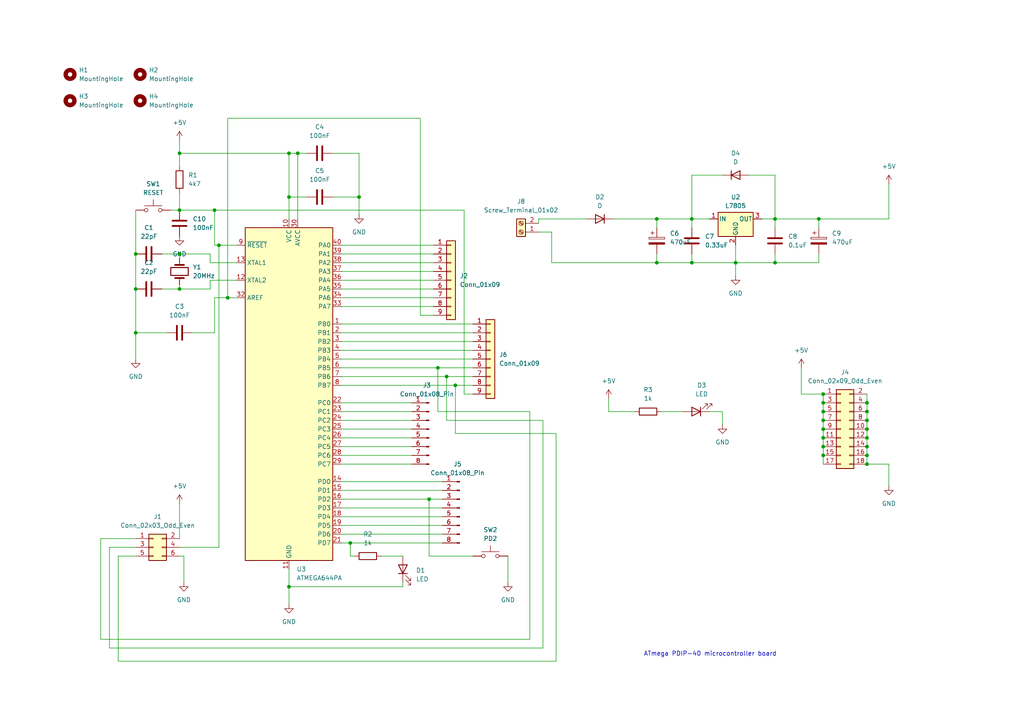
<source format=kicad_sch>
(kicad_sch (version 20231120) (generator "eeschema") (generator_version "8.0")
  (paper "A4")
  (lib_symbols
    (symbol "Connector:Conn_01x08_Pin" (pin_names (offset 1.016) hide)
      (property "Reference" "J" (at 0 10.16 0))
      (property "Value" "Conn_01x08_Pin" (at 0 -12.7 0))
      (symbol "Conn_01x08_Pin_1_1"
        (polyline (pts (xy 1.27 -10.16) (xy 0.8636 -10.16)) (stroke (width 0.1524)))
        (polyline (pts (xy 1.27 -7.62) (xy 0.8636 -7.62)) (stroke (width 0.1524)))
        (polyline (pts (xy 1.27 -5.08) (xy 0.8636 -5.08)) (stroke (width 0.1524)))
        (polyline (pts (xy 1.27 -2.54) (xy 0.8636 -2.54)) (stroke (width 0.1524)))
        (polyline (pts (xy 1.27 0) (xy 0.8636 0)) (stroke (width 0.1524)))
        (polyline (pts (xy 1.27 2.54) (xy 0.8636 2.54)) (stroke (width 0.1524)))
        (polyline (pts (xy 1.27 5.08) (xy 0.8636 5.08)) (stroke (width 0.1524)))
        (polyline (pts (xy 1.27 7.62) (xy 0.8636 7.62)) (stroke (width 0.1524)))
        (rectangle (start 0.8636 -10.033) (end 0 -10.287) (stroke (width 0.1524)) (fill (type outline)))
        (rectangle (start 0.8636 -7.493) (end 0 -7.747) (stroke (width 0.1524)) (fill (type outline)))
        (rectangle (start 0.8636 -4.953) (end 0 -5.207) (stroke (width 0.1524)) (fill (type outline)))
        (rectangle (start 0.8636 -2.413) (end 0 -2.667) (stroke (width 0.1524)) (fill (type outline)))
        (rectangle (start 0.8636 0.127) (end 0 -0.127) (stroke (width 0.1524)) (fill (type outline)))
        (rectangle (start 0.8636 2.667) (end 0 2.413) (stroke (width 0.1524)) (fill (type outline)))
        (rectangle (start 0.8636 5.207) (end 0 4.953) (stroke (width 0.1524)) (fill (type outline)))
        (rectangle (start 0.8636 7.747) (end 0 7.493) (stroke (width 0.1524)) (fill (type outline)))
        (pin passive line (at 5.08 7.62 180) (length 3.81) (name "Pin_1") (number "1"))
        (pin passive line (at 5.08 5.08 180) (length 3.81) (name "Pin_2") (number "2"))
        (pin passive line (at 5.08 2.54 180) (length 3.81) (name "Pin_3") (number "3"))
        (pin passive line (at 5.08 0 180) (length 3.81) (name "Pin_4") (number "4"))
        (pin passive line (at 5.08 -2.54 180) (length 3.81) (name "Pin_5") (number "5"))
        (pin passive line (at 5.08 -5.08 180) (length 3.81) (name "Pin_6") (number "6"))
        (pin passive line (at 5.08 -7.62 180) (length 3.81) (name "Pin_7") (number "7"))
        (pin passive line (at 5.08 -10.16 180) (length 3.81) (name "Pin_8") (number "8"))
      )
    )
    (symbol "Connector:Screw_Terminal_01x02" (pin_names (offset 1.016) hide)
      (property "Reference" "J" (at 0 2.54 0))
      (property "Value" "Screw_Terminal_01x02" (at 0 -5.08 0))
      (symbol "Screw_Terminal_01x02_1_1"
        (rectangle (start -1.27 1.27) (end 1.27 -3.81) (stroke (width 0.254)) (fill (type background)))
        (circle (center 0 -2.54) (radius 0.635) (stroke (width 0.1524)))
        (polyline (pts (xy -0.5334 -2.2098) (xy 0.3302 -3.048)) (stroke (width 0.1524)))
        (polyline (pts (xy -0.5334 0.3302) (xy 0.3302 -0.508)) (stroke (width 0.1524)))
        (polyline (pts (xy -0.3556 -2.032) (xy 0.508 -2.8702)) (stroke (width 0.1524)))
        (polyline (pts (xy -0.3556 0.508) (xy 0.508 -0.3302)) (stroke (width 0.1524)))
        (circle (center 0 0) (radius 0.635) (stroke (width 0.1524)))
        (pin passive line (at -5.08 0 0) (length 3.81) (name "Pin_1") (number "1"))
        (pin passive line (at -5.08 -2.54 0) (length 3.81) (name "Pin_2") (number "2"))
      )
    )
    (symbol "Connector_Generic:Conn_01x09" (pin_names (offset 1.016) hide)
      (property "Reference" "J" (at 0 12.7 0))
      (property "Value" "Conn_01x09" (at 0 -12.7 0))
      (symbol "Conn_01x09_1_1"
        (rectangle (start -1.27 -10.033) (end 0 -10.287) (stroke (width 0.1524)))
        (rectangle (start -1.27 -7.493) (end 0 -7.747) (stroke (width 0.1524)))
        (rectangle (start -1.27 -4.953) (end 0 -5.207) (stroke (width 0.1524)))
        (rectangle (start -1.27 -2.413) (end 0 -2.667) (stroke (width 0.1524)))
        (rectangle (start -1.27 0.127) (end 0 -0.127) (stroke (width 0.1524)))
        (rectangle (start -1.27 2.667) (end 0 2.413) (stroke (width 0.1524)))
        (rectangle (start -1.27 5.207) (end 0 4.953) (stroke (width 0.1524)))
        (rectangle (start -1.27 7.747) (end 0 7.493) (stroke (width 0.1524)))
        (rectangle (start -1.27 10.287) (end 0 10.033) (stroke (width 0.1524)))
        (rectangle (start -1.27 11.43) (end 1.27 -11.43) (stroke (width 0.254)) (fill (type background)))
        (pin passive line (at -5.08 10.16 0) (length 3.81) (name "Pin_1") (number "1"))
        (pin passive line (at -5.08 7.62 0) (length 3.81) (name "Pin_2") (number "2"))
        (pin passive line (at -5.08 5.08 0) (length 3.81) (name "Pin_3") (number "3"))
        (pin passive line (at -5.08 2.54 0) (length 3.81) (name "Pin_4") (number "4"))
        (pin passive line (at -5.08 0 0) (length 3.81) (name "Pin_5") (number "5"))
        (pin passive line (at -5.08 -2.54 0) (length 3.81) (name "Pin_6") (number "6"))
        (pin passive line (at -5.08 -5.08 0) (length 3.81) (name "Pin_7") (number "7"))
        (pin passive line (at -5.08 -7.62 0) (length 3.81) (name "Pin_8") (number "8"))
        (pin passive line (at -5.08 -10.16 0) (length 3.81) (name "Pin_9") (number "9"))
      )
    )
    (symbol "Connector_Generic:Conn_02x03_Odd_Even" (pin_names (offset 1.016) hide)
      (property "Reference" "J" (at 1.27 5.08 0))
      (property "Value" "Conn_02x03_Odd_Even" (at 1.27 -5.08 0))
      (symbol "Conn_02x03_Odd_Even_1_1"
        (rectangle (start -1.27 -2.413) (end 0 -2.667) (stroke (width 0.1524)))
        (rectangle (start -1.27 0.127) (end 0 -0.127) (stroke (width 0.1524)))
        (rectangle (start -1.27 2.667) (end 0 2.413) (stroke (width 0.1524)))
        (rectangle (start -1.27 3.81) (end 3.81 -3.81) (stroke (width 0.254)) (fill (type background)))
        (rectangle (start 3.81 -2.413) (end 2.54 -2.667) (stroke (width 0.1524)))
        (rectangle (start 3.81 0.127) (end 2.54 -0.127) (stroke (width 0.1524)))
        (rectangle (start 3.81 2.667) (end 2.54 2.413) (stroke (width 0.1524)))
        (pin passive line (at -5.08 2.54 0) (length 3.81) (name "Pin_1") (number "1"))
        (pin passive line (at 7.62 2.54 180) (length 3.81) (name "Pin_2") (number "2"))
        (pin passive line (at -5.08 0 0) (length 3.81) (name "Pin_3") (number "3"))
        (pin passive line (at 7.62 0 180) (length 3.81) (name "Pin_4") (number "4"))
        (pin passive line (at -5.08 -2.54 0) (length 3.81) (name "Pin_5") (number "5"))
        (pin passive line (at 7.62 -2.54 180) (length 3.81) (name "Pin_6") (number "6"))
      )
    )
    (symbol "Connector_Generic:Conn_02x09_Odd_Even" (pin_names (offset 1.016) hide)
      (property "Reference" "J" (at 1.27 12.7 0))
      (property "Value" "Conn_02x09_Odd_Even" (at 1.27 -12.7 0))
      (symbol "Conn_02x09_Odd_Even_1_1"
        (rectangle (start -1.27 -10.033) (end 0 -10.287) (stroke (width 0.1524)))
        (rectangle (start -1.27 -7.493) (end 0 -7.747) (stroke (width 0.1524)))
        (rectangle (start -1.27 -4.953) (end 0 -5.207) (stroke (width 0.1524)))
        (rectangle (start -1.27 -2.413) (end 0 -2.667) (stroke (width 0.1524)))
        (rectangle (start -1.27 0.127) (end 0 -0.127) (stroke (width 0.1524)))
        (rectangle (start -1.27 2.667) (end 0 2.413) (stroke (width 0.1524)))
        (rectangle (start -1.27 5.207) (end 0 4.953) (stroke (width 0.1524)))
        (rectangle (start -1.27 7.747) (end 0 7.493) (stroke (width 0.1524)))
        (rectangle (start -1.27 10.287) (end 0 10.033) (stroke (width 0.1524)))
        (rectangle (start -1.27 11.43) (end 3.81 -11.43) (stroke (width 0.254)) (fill (type background)))
        (rectangle (start 3.81 -10.033) (end 2.54 -10.287) (stroke (width 0.1524)))
        (rectangle (start 3.81 -7.493) (end 2.54 -7.747) (stroke (width 0.1524)))
        (rectangle (start 3.81 -4.953) (end 2.54 -5.207) (stroke (width 0.1524)))
        (rectangle (start 3.81 -2.413) (end 2.54 -2.667) (stroke (width 0.1524)))
        (rectangle (start 3.81 0.127) (end 2.54 -0.127) (stroke (width 0.1524)))
        (rectangle (start 3.81 2.667) (end 2.54 2.413) (stroke (width 0.1524)))
        (rectangle (start 3.81 5.207) (end 2.54 4.953) (stroke (width 0.1524)))
        (rectangle (start 3.81 7.747) (end 2.54 7.493) (stroke (width 0.1524)))
        (rectangle (start 3.81 10.287) (end 2.54 10.033) (stroke (width 0.1524)))
        (pin passive line (at -5.08 10.16 0) (length 3.81) (name "Pin_1") (number "1"))
        (pin passive line (at 7.62 0 180) (length 3.81) (name "Pin_10") (number "10"))
        (pin passive line (at -5.08 -2.54 0) (length 3.81) (name "Pin_11") (number "11"))
        (pin passive line (at 7.62 -2.54 180) (length 3.81) (name "Pin_12") (number "12"))
        (pin passive line (at -5.08 -5.08 0) (length 3.81) (name "Pin_13") (number "13"))
        (pin passive line (at 7.62 -5.08 180) (length 3.81) (name "Pin_14") (number "14"))
        (pin passive line (at -5.08 -7.62 0) (length 3.81) (name "Pin_15") (number "15"))
        (pin passive line (at 7.62 -7.62 180) (length 3.81) (name "Pin_16") (number "16"))
        (pin passive line (at -5.08 -10.16 0) (length 3.81) (name "Pin_17") (number "17"))
        (pin passive line (at 7.62 -10.16 180) (length 3.81) (name "Pin_18") (number "18"))
        (pin passive line (at 7.62 10.16 180) (length 3.81) (name "Pin_2") (number "2"))
        (pin passive line (at -5.08 7.62 0) (length 3.81) (name "Pin_3") (number "3"))
        (pin passive line (at 7.62 7.62 180) (length 3.81) (name "Pin_4") (number "4"))
        (pin passive line (at -5.08 5.08 0) (length 3.81) (name "Pin_5") (number "5"))
        (pin passive line (at 7.62 5.08 180) (length 3.81) (name "Pin_6") (number "6"))
        (pin passive line (at -5.08 2.54 0) (length 3.81) (name "Pin_7") (number "7"))
        (pin passive line (at 7.62 2.54 180) (length 3.81) (name "Pin_8") (number "8"))
        (pin passive line (at -5.08 0 0) (length 3.81) (name "Pin_9") (number "9"))
      )
    )
    (symbol "Device:C" (pin_numbers hide) (pin_names (offset 0.254))
      (property "Reference" "C" (at 0.635 2.54 0))
      (property "Value" "C" (at 0.635 -2.54 0))
      (symbol "C_0_1"
        (polyline (pts (xy -2.032 -0.762) (xy 2.032 -0.762)) (stroke (width 0.508)))
        (polyline (pts (xy -2.032 0.762) (xy 2.032 0.762)) (stroke (width 0.508)))
      )
      (symbol "C_1_1"
        (pin passive line (at 0 3.81 270) (length 2.794) (name "~") (number "1"))
        (pin passive line (at 0 -3.81 90) (length 2.794) (name "~") (number "2"))
      )
    )
    (symbol "Device:C_Polarized" (pin_numbers hide) (pin_names (offset 0.254))
      (property "Reference" "C" (at 0.635 2.54 0))
      (property "Value" "C_Polarized" (at 0.635 -2.54 0))
      (symbol "C_Polarized_0_1"
        (rectangle (start -2.286 0.508) (end 2.286 1.016))
        (polyline (pts (xy -1.778 2.286) (xy -0.762 2.286)))
        (polyline (pts (xy -1.27 2.794) (xy -1.27 1.778)))
        (rectangle (start 2.286 -0.508) (end -2.286 -1.016) (fill (type outline)))
      )
      (symbol "C_Polarized_1_1"
        (pin passive line (at 0 3.81 270) (length 2.794) (name "~") (number "1"))
        (pin passive line (at 0 -3.81 90) (length 2.794) (name "~") (number "2"))
      )
    )
    (symbol "Device:Crystal" (pin_numbers hide) (pin_names (offset 1.016) hide)
      (property "Reference" "Y" (at 0 3.81 0))
      (property "Value" "Crystal" (at 0 -3.81 0))
      (symbol "Crystal_0_1"
        (rectangle (start -1.143 2.54) (end 1.143 -2.54) (stroke (width 0.3048)))
        (polyline (pts (xy -2.54 0) (xy -1.905 0)))
        (polyline (pts (xy -1.905 -1.27) (xy -1.905 1.27)) (stroke (width 0.508)))
        (polyline (pts (xy 1.905 -1.27) (xy 1.905 1.27)) (stroke (width 0.508)))
        (polyline (pts (xy 2.54 0) (xy 1.905 0)))
      )
      (symbol "Crystal_1_1"
        (pin passive line (at -3.81 0 0) (length 1.27) (name "1") (number "1"))
        (pin passive line (at 3.81 0 180) (length 1.27) (name "2") (number "2"))
      )
    )
    (symbol "Device:D" (pin_numbers hide) (pin_names (offset 1.016) hide)
      (property "Reference" "D" (at 0 2.54 0))
      (property "Value" "D" (at 0 -2.54 0))
      (symbol "D_0_1"
        (polyline (pts (xy -1.27 1.27) (xy -1.27 -1.27)) (stroke (width 0.254)))
        (polyline (pts (xy 1.27 0) (xy -1.27 0)))
        (polyline (pts (xy 1.27 1.27) (xy 1.27 -1.27) (xy -1.27 0) (xy 1.27 1.27)) (stroke (width 0.254)))
      )
      (symbol "D_1_1"
        (pin passive line (at -3.81 0 0) (length 2.54) (name "K") (number "1"))
        (pin passive line (at 3.81 0 180) (length 2.54) (name "A") (number "2"))
      )
    )
    (symbol "Device:LED" (pin_numbers hide) (pin_names (offset 1.016) hide)
      (property "Reference" "D" (at 0 2.54 0))
      (property "Value" "LED" (at 0 -2.54 0))
      (symbol "LED_0_1"
        (polyline (pts (xy -1.27 -1.27) (xy -1.27 1.27)) (stroke (width 0.254)))
        (polyline (pts (xy -1.27 0) (xy 1.27 0)))
        (polyline (pts (xy 1.27 -1.27) (xy 1.27 1.27) (xy -1.27 0) (xy 1.27 -1.27)) (stroke (width 0.254)))
        (polyline (pts (xy -3.048 -0.762) (xy -4.572 -2.286) (xy -3.81 -2.286) (xy -4.572 -2.286) (xy -4.572 -1.524)))
        (polyline (pts (xy -1.778 -0.762) (xy -3.302 -2.286) (xy -2.54 -2.286) (xy -3.302 -2.286) (xy -3.302 -1.524)))
      )
      (symbol "LED_1_1"
        (pin passive line (at -3.81 0 0) (length 2.54) (name "K") (number "1"))
        (pin passive line (at 3.81 0 180) (length 2.54) (name "A") (number "2"))
      )
    )
    (symbol "Device:R" (pin_numbers hide) (pin_names (offset 0))
      (property "Reference" "R" (at 2.032 0 90))
      (property "Value" "R" (at 0 0 90))
      (symbol "R_0_1"
        (rectangle (start -1.016 -2.54) (end 1.016 2.54) (stroke (width 0.254)))
      )
      (symbol "R_1_1"
        (pin passive line (at 0 3.81 270) (length 1.27) (name "~") (number "1"))
        (pin passive line (at 0 -3.81 90) (length 1.27) (name "~") (number "2"))
      )
    )
    (symbol "MCU_Microchip_ATmega:ATmega644PA-P"
      (property "Reference" "U" (at -12.7 49.53 0))
      (property "Value" "ATmega644PA-P" (at 2.54 -49.53 0))
      (symbol "ATmega644PA-P_0_1"
        (rectangle (start -12.7 -48.26) (end 12.7 48.26) (stroke (width 0.254)) (fill (type background)))
      )
      (symbol "ATmega644PA-P_1_1"
        (pin bidirectional line (at 15.24 20.32 180) (length 2.54) (name "PB0") (number "1"))
        (pin power_in line (at 0 50.8 270) (length 2.54) (name "VCC") (number "10"))
        (pin power_in line (at 0 -50.8 90) (length 2.54) (name "GND") (number "11"))
        (pin output line (at -15.24 33.02 0) (length 2.54) (name "XTAL2") (number "12"))
        (pin input line (at -15.24 38.1 0) (length 2.54) (name "XTAL1") (number "13"))
        (pin bidirectional line (at 15.24 -25.4 180) (length 2.54) (name "PD0") (number "14"))
        (pin bidirectional line (at 15.24 -27.94 180) (length 2.54) (name "PD1") (number "15"))
        (pin bidirectional line (at 15.24 -30.48 180) (length 2.54) (name "PD2") (number "16"))
        (pin bidirectional line (at 15.24 -33.02 180) (length 2.54) (name "PD3") (number "17"))
        (pin bidirectional line (at 15.24 -35.56 180) (length 2.54) (name "PD4") (number "18"))
        (pin bidirectional line (at 15.24 -38.1 180) (length 2.54) (name "PD5") (number "19"))
        (pin bidirectional line (at 15.24 17.78 180) (length 2.54) (name "PB1") (number "2"))
        (pin bidirectional line (at 15.24 -40.64 180) (length 2.54) (name "PD6") (number "20"))
        (pin bidirectional line (at 15.24 -43.18 180) (length 2.54) (name "PD7") (number "21"))
        (pin bidirectional line (at 15.24 -2.54 180) (length 2.54) (name "PC0") (number "22"))
        (pin bidirectional line (at 15.24 -5.08 180) (length 2.54) (name "PC1") (number "23"))
        (pin bidirectional line (at 15.24 -7.62 180) (length 2.54) (name "PC2") (number "24"))
        (pin bidirectional line (at 15.24 -10.16 180) (length 2.54) (name "PC3") (number "25"))
        (pin bidirectional line (at 15.24 -12.7 180) (length 2.54) (name "PC4") (number "26"))
        (pin bidirectional line (at 15.24 -15.24 180) (length 2.54) (name "PC5") (number "27"))
        (pin bidirectional line (at 15.24 -17.78 180) (length 2.54) (name "PC6") (number "28"))
        (pin bidirectional line (at 15.24 -20.32 180) (length 2.54) (name "PC7") (number "29"))
        (pin bidirectional line (at 15.24 15.24 180) (length 2.54) (name "PB2") (number "3"))
        (pin power_in line (at 2.54 50.8 270) (length 2.54) (name "AVCC") (number "30"))
        (pin passive line (at 0 -50.8 90) (length 2.54) hide (name "GND") (number "31"))
        (pin passive line (at -15.24 27.94 0) (length 2.54) (name "AREF") (number "32"))
        (pin bidirectional line (at 15.24 25.4 180) (length 2.54) (name "PA7") (number "33"))
        (pin bidirectional line (at 15.24 27.94 180) (length 2.54) (name "PA6") (number "34"))
        (pin bidirectional line (at 15.24 30.48 180) (length 2.54) (name "PA5") (number "35"))
        (pin bidirectional line (at 15.24 33.02 180) (length 2.54) (name "PA4") (number "36"))
        (pin bidirectional line (at 15.24 35.56 180) (length 2.54) (name "PA3") (number "37"))
        (pin bidirectional line (at 15.24 38.1 180) (length 2.54) (name "PA2") (number "38"))
        (pin bidirectional line (at 15.24 40.64 180) (length 2.54) (name "PA1") (number "39"))
        (pin bidirectional line (at 15.24 12.7 180) (length 2.54) (name "PB3") (number "4"))
        (pin bidirectional line (at 15.24 43.18 180) (length 2.54) (name "PA0") (number "40"))
        (pin bidirectional line (at 15.24 10.16 180) (length 2.54) (name "PB4") (number "5"))
        (pin bidirectional line (at 15.24 7.62 180) (length 2.54) (name "PB5") (number "6"))
        (pin bidirectional line (at 15.24 5.08 180) (length 2.54) (name "PB6") (number "7"))
        (pin bidirectional line (at 15.24 2.54 180) (length 2.54) (name "PB7") (number "8"))
        (pin input line (at -15.24 43.18 0) (length 2.54) (name "~{RESET}") (number "9"))
      )
    )
    (symbol "Mechanical:MountingHole" (pin_names (offset 1.016))
      (property "Reference" "H" (at 0 5.08 0))
      (property "Value" "MountingHole" (at 0 3.175 0))
      (symbol "MountingHole_0_1"
        (circle (center 0 0) (radius 1.27) (stroke (width 1.27)))
      )
    )
    (symbol "Regulator_Linear:L7805" (pin_names (offset 0.254))
      (property "Reference" "U" (at -3.81 3.175 0))
      (property "Value" "L7805" (at 0 3.175 0))
      (symbol "L7805_0_1"
        (rectangle (start -5.08 1.905) (end 5.08 -5.08) (stroke (width 0.254)) (fill (type background)))
      )
      (symbol "L7805_1_1"
        (pin power_in line (at -7.62 0 0) (length 2.54) (name "IN") (number "1"))
        (pin power_in line (at 0 -7.62 90) (length 2.54) (name "GND") (number "2"))
        (pin power_out line (at 7.62 0 180) (length 2.54) (name "OUT") (number "3"))
      )
    )
    (symbol "Switch:SW_Push" (pin_numbers hide) (pin_names (offset 1.016) hide)
      (property "Reference" "SW" (at 1.27 2.54 0))
      (property "Value" "SW_Push" (at 0 -1.524 0))
      (symbol "SW_Push_0_1"
        (circle (center -2.032 0) (radius 0.508))
        (polyline (pts (xy 0 1.27) (xy 0 3.048)))
        (polyline (pts (xy 2.54 1.27) (xy -2.54 1.27)))
        (circle (center 2.032 0) (radius 0.508))
        (pin passive line (at -5.08 0 0) (length 2.54) (name "1") (number "1"))
        (pin passive line (at 5.08 0 180) (length 2.54) (name "2") (number "2"))
      )
    )
    (symbol "power:+5V" (power) (pin_names (offset 0))
      (property "Value" "+5V" (at 0 3.556 0))
      (symbol "+5V_0_1"
        (polyline (pts (xy -0.762 1.27) (xy 0 2.54)))
        (polyline (pts (xy 0 0) (xy 0 2.54)))
        (polyline (pts (xy 0 2.54) (xy 0.762 1.27)))
      )
      (symbol "+5V_1_1"
        (pin power_in line (at 0 0 90) (length 0) hide (name "+5V") (number "1"))
      )
    )
    (symbol "power:GND" (power) (pin_names (offset 0))
      (property "Value" "GND" (at 0 -3.81 0))
      (symbol "GND_0_1"
        (polyline (pts (xy 0 0) (xy 0 -1.27) (xy 1.27 -1.27) (xy 0 -2.54) (xy -1.27 -1.27) (xy 0 -1.27)))
      )
      (symbol "GND_1_1"
        (pin power_in line (at 0 0 270) (length 0) hide (name "GND") (number "1"))
      )
    )
  )
  (junction (at 238.76 116.84))
  (junction (at 224.79 63.5))
  (junction (at 52.07 83.82))
  (junction (at 132.08 111.76))
  (junction (at 52.07 73.66))
  (junction (at 86.36 44.45))
  (junction (at 200.66 76.2))
  (junction (at 251.46 121.92))
  (junction (at 124.46 144.78))
  (junction (at 238.76 119.38))
  (junction (at 83.82 170.18))
  (junction (at 66.04 86.36))
  (junction (at 251.46 119.38))
  (junction (at 127 106.68))
  (junction (at 190.5 76.2))
  (junction (at 83.82 57.15))
  (junction (at 237.49 63.5))
  (junction (at 39.37 83.82))
  (junction (at 251.46 132.08))
  (junction (at 213.36 76.2))
  (junction (at 251.46 124.46))
  (junction (at 238.76 132.08))
  (junction (at 251.46 134.62))
  (junction (at 251.46 116.84))
  (junction (at 251.46 129.54))
  (junction (at 238.76 121.92))
  (junction (at 52.07 44.45))
  (junction (at 224.79 76.2))
  (junction (at 52.07 60.96))
  (junction (at 251.46 127))
  (junction (at 200.66 63.5))
  (junction (at 190.5 63.5))
  (junction (at 238.76 124.46))
  (junction (at 104.14 57.15))
  (junction (at 83.82 44.45))
  (junction (at 238.76 114.3))
  (junction (at 62.23 60.96))
  (junction (at 63.5 71.12))
  (junction (at 238.76 127))
  (junction (at 238.76 129.54))
  (junction (at 39.37 73.66))
  (junction (at 39.37 96.52))
  (junction (at 101.6 157.48))
  (junction (at 129.54 109.22))
  (wire (pts (xy 68.58 76.2) (xy 60.96 76.2)))
  (wire (pts (xy 52.07 60.96) (xy 52.07 55.88)))
  (wire (pts (xy 127 119.38) (xy 153.67 119.38)))
  (wire (pts (xy 224.79 63.5) (xy 237.49 63.5)))
  (wire (pts (xy 127 106.68) (xy 127 119.38)))
  (wire (pts (xy 200.66 63.5) (xy 200.66 66.04)))
  (wire (pts (xy 99.06 78.74) (xy 125.73 78.74)))
  (wire (pts (xy 99.06 71.12) (xy 125.73 71.12)))
  (wire (pts (xy 99.06 147.32) (xy 128.27 147.32)))
  (wire (pts (xy 190.5 63.5) (xy 190.5 66.04)))
  (wire (pts (xy 83.82 44.45) (xy 83.82 57.15)))
  (wire (pts (xy 134.62 60.96) (xy 134.62 114.3)))
  (wire (pts (xy 160.02 76.2) (xy 190.5 76.2)))
  (wire (pts (xy 62.23 96.52) (xy 62.23 86.36)))
  (wire (pts (xy 156.21 63.5) (xy 170.18 63.5)))
  (wire (pts (xy 251.46 119.38) (xy 251.46 121.92)))
  (wire (pts (xy 29.21 185.42) (xy 29.21 156.21)))
  (wire (pts (xy 132.08 111.76) (xy 137.16 111.76)))
  (wire (pts (xy 99.06 99.06) (xy 137.16 99.06)))
  (wire (pts (xy 99.06 106.68) (xy 127 106.68)))
  (wire (pts (xy 99.06 152.4) (xy 128.27 152.4)))
  (wire (pts (xy 238.76 114.3) (xy 238.76 116.84)))
  (wire (pts (xy 46.99 83.82) (xy 52.07 83.82)))
  (wire (pts (xy 200.66 50.8) (xy 200.66 63.5)))
  (wire (pts (xy 31.75 187.96) (xy 31.75 158.75)))
  (wire (pts (xy 66.04 86.36) (xy 66.04 34.29)))
  (wire (pts (xy 101.6 157.48) (xy 128.27 157.48)))
  (wire (pts (xy 200.66 76.2) (xy 213.36 76.2)))
  (wire (pts (xy 99.06 111.76) (xy 132.08 111.76)))
  (wire (pts (xy 39.37 96.52) (xy 48.26 96.52)))
  (wire (pts (xy 137.16 114.3) (xy 134.62 114.3)))
  (wire (pts (xy 52.07 40.64) (xy 52.07 44.45)))
  (wire (pts (xy 213.36 76.2) (xy 213.36 80.01)))
  (wire (pts (xy 129.54 109.22) (xy 129.54 121.92)))
  (wire (pts (xy 147.32 161.29) (xy 147.32 168.91)))
  (wire (pts (xy 68.58 71.12) (xy 63.5 71.12)))
  (wire (pts (xy 157.48 187.96) (xy 31.75 187.96)))
  (wire (pts (xy 68.58 81.28) (xy 60.96 81.28)))
  (wire (pts (xy 104.14 44.45) (xy 104.14 57.15)))
  (wire (pts (xy 46.99 73.66) (xy 52.07 73.66)))
  (wire (pts (xy 121.92 91.44) (xy 125.73 91.44)))
  (wire (pts (xy 83.82 57.15) (xy 88.9 57.15)))
  (wire (pts (xy 238.76 119.38) (xy 238.76 121.92)))
  (wire (pts (xy 224.79 50.8) (xy 224.79 63.5)))
  (wire (pts (xy 251.46 124.46) (xy 251.46 127)))
  (wire (pts (xy 99.06 157.48) (xy 101.6 157.48)))
  (wire (pts (xy 176.53 119.38) (xy 184.15 119.38)))
  (wire (pts (xy 213.36 76.2) (xy 224.79 76.2)))
  (wire (pts (xy 237.49 63.5) (xy 237.49 66.04)))
  (wire (pts (xy 99.06 109.22) (xy 129.54 109.22)))
  (wire (pts (xy 104.14 57.15) (xy 104.14 62.23)))
  (wire (pts (xy 99.06 73.66) (xy 125.73 73.66)))
  (wire (pts (xy 251.46 134.62) (xy 251.46 132.08)))
  (wire (pts (xy 62.23 60.96) (xy 134.62 60.96)))
  (wire (pts (xy 129.54 109.22) (xy 137.16 109.22)))
  (wire (pts (xy 101.6 161.29) (xy 101.6 157.48)))
  (wire (pts (xy 99.06 142.24) (xy 128.27 142.24)))
  (wire (pts (xy 110.49 161.29) (xy 116.84 161.29)))
  (wire (pts (xy 99.06 139.7) (xy 128.27 139.7)))
  (wire (pts (xy 99.06 88.9) (xy 125.73 88.9)))
  (wire (pts (xy 157.48 121.92) (xy 157.48 187.96)))
  (wire (pts (xy 99.06 86.36) (xy 125.73 86.36)))
  (wire (pts (xy 83.82 170.18) (xy 116.84 170.18)))
  (wire (pts (xy 66.04 86.36) (xy 68.58 86.36)))
  (wire (pts (xy 39.37 60.96) (xy 39.37 73.66)))
  (wire (pts (xy 251.46 129.54) (xy 251.46 132.08)))
  (wire (pts (xy 83.82 165.1) (xy 83.82 170.18)))
  (wire (pts (xy 257.81 134.62) (xy 257.81 140.97)))
  (wire (pts (xy 99.06 104.14) (xy 137.16 104.14)))
  (wire (pts (xy 99.06 76.2) (xy 125.73 76.2)))
  (wire (pts (xy 39.37 96.52) (xy 39.37 104.14)))
  (wire (pts (xy 99.06 154.94) (xy 128.27 154.94)))
  (wire (pts (xy 60.96 81.28) (xy 60.96 83.82)))
  (wire (pts (xy 156.21 63.5) (xy 156.21 64.77)))
  (wire (pts (xy 213.36 71.12) (xy 213.36 76.2)))
  (wire (pts (xy 63.5 71.12) (xy 63.5 158.75)))
  (wire (pts (xy 34.29 191.77) (xy 34.29 161.29)))
  (wire (pts (xy 190.5 73.66) (xy 190.5 76.2)))
  (wire (pts (xy 60.96 73.66) (xy 52.07 73.66)))
  (wire (pts (xy 238.76 121.92) (xy 238.76 124.46)))
  (wire (pts (xy 86.36 44.45) (xy 88.9 44.45)))
  (wire (pts (xy 99.06 149.86) (xy 128.27 149.86)))
  (wire (pts (xy 99.06 127) (xy 119.38 127)))
  (wire (pts (xy 99.06 129.54) (xy 119.38 129.54)))
  (wire (pts (xy 101.6 161.29) (xy 102.87 161.29)))
  (wire (pts (xy 66.04 34.29) (xy 121.92 34.29)))
  (wire (pts (xy 49.53 60.96) (xy 52.07 60.96)))
  (wire (pts (xy 99.06 134.62) (xy 119.38 134.62)))
  (wire (pts (xy 238.76 124.46) (xy 238.76 127)))
  (wire (pts (xy 238.76 132.08) (xy 238.76 134.62)))
  (wire (pts (xy 217.17 50.8) (xy 224.79 50.8)))
  (wire (pts (xy 63.5 158.75) (xy 52.07 158.75)))
  (wire (pts (xy 96.52 57.15) (xy 104.14 57.15)))
  (wire (pts (xy 99.06 93.98) (xy 137.16 93.98)))
  (wire (pts (xy 220.98 63.5) (xy 224.79 63.5)))
  (wire (pts (xy 52.07 44.45) (xy 83.82 44.45)))
  (wire (pts (xy 251.46 116.84) (xy 251.46 119.38)))
  (wire (pts (xy 99.06 124.46) (xy 119.38 124.46)))
  (wire (pts (xy 160.02 67.31) (xy 160.02 76.2)))
  (wire (pts (xy 124.46 144.78) (xy 128.27 144.78)))
  (wire (pts (xy 99.06 83.82) (xy 125.73 83.82)))
  (wire (pts (xy 31.75 158.75) (xy 39.37 158.75)))
  (wire (pts (xy 190.5 63.5) (xy 200.66 63.5)))
  (wire (pts (xy 99.06 132.08) (xy 119.38 132.08)))
  (wire (pts (xy 52.07 60.96) (xy 62.23 60.96)))
  (wire (pts (xy 52.07 146.05) (xy 52.07 156.21)))
  (wire (pts (xy 257.81 134.62) (xy 251.46 134.62)))
  (wire (pts (xy 55.88 96.52) (xy 62.23 96.52)))
  (wire (pts (xy 96.52 44.45) (xy 104.14 44.45)))
  (wire (pts (xy 153.67 119.38) (xy 153.67 185.42)))
  (wire (pts (xy 224.79 63.5) (xy 224.79 66.04)))
  (wire (pts (xy 52.07 73.66) (xy 52.07 74.93)))
  (wire (pts (xy 86.36 44.45) (xy 83.82 44.45)))
  (wire (pts (xy 190.5 76.2) (xy 200.66 76.2)))
  (wire (pts (xy 83.82 57.15) (xy 83.82 63.5)))
  (wire (pts (xy 238.76 114.3) (xy 232.41 114.3)))
  (wire (pts (xy 52.07 161.29) (xy 53.34 161.29)))
  (wire (pts (xy 200.66 63.5) (xy 205.74 63.5)))
  (wire (pts (xy 238.76 116.84) (xy 238.76 119.38)))
  (wire (pts (xy 251.46 127) (xy 251.46 129.54)))
  (wire (pts (xy 116.84 168.91) (xy 116.84 170.18)))
  (wire (pts (xy 191.77 119.38) (xy 198.12 119.38)))
  (wire (pts (xy 129.54 121.92) (xy 157.48 121.92)))
  (wire (pts (xy 62.23 60.96) (xy 62.23 71.12)))
  (wire (pts (xy 251.46 121.92) (xy 251.46 124.46)))
  (wire (pts (xy 224.79 76.2) (xy 237.49 76.2)))
  (wire (pts (xy 238.76 127) (xy 238.76 129.54)))
  (wire (pts (xy 237.49 63.5) (xy 257.81 63.5)))
  (wire (pts (xy 156.21 67.31) (xy 160.02 67.31)))
  (wire (pts (xy 124.46 161.29) (xy 137.16 161.29)))
  (wire (pts (xy 132.08 111.76) (xy 132.08 125.73)))
  (wire (pts (xy 62.23 86.36) (xy 66.04 86.36)))
  (wire (pts (xy 60.96 76.2) (xy 60.96 73.66)))
  (wire (pts (xy 99.06 96.52) (xy 137.16 96.52)))
  (wire (pts (xy 52.07 44.45) (xy 52.07 48.26)))
  (wire (pts (xy 99.06 144.78) (xy 124.46 144.78)))
  (wire (pts (xy 127 106.68) (xy 137.16 106.68)))
  (wire (pts (xy 224.79 73.66) (xy 224.79 76.2)))
  (wire (pts (xy 34.29 161.29) (xy 39.37 161.29)))
  (wire (pts (xy 99.06 101.6) (xy 137.16 101.6)))
  (wire (pts (xy 124.46 144.78) (xy 124.46 161.29)))
  (wire (pts (xy 99.06 81.28) (xy 125.73 81.28)))
  (wire (pts (xy 63.5 71.12) (xy 62.23 71.12)))
  (wire (pts (xy 161.29 191.77) (xy 34.29 191.77)))
  (wire (pts (xy 53.34 161.29) (xy 53.34 168.91)))
  (wire (pts (xy 39.37 83.82) (xy 39.37 96.52)))
  (wire (pts (xy 52.07 82.55) (xy 52.07 83.82)))
  (wire (pts (xy 161.29 125.73) (xy 161.29 191.77)))
  (wire (pts (xy 209.55 119.38) (xy 209.55 123.19)))
  (wire (pts (xy 200.66 73.66) (xy 200.66 76.2)))
  (wire (pts (xy 177.8 63.5) (xy 190.5 63.5)))
  (wire (pts (xy 29.21 156.21) (xy 39.37 156.21)))
  (wire (pts (xy 251.46 114.3) (xy 251.46 116.84)))
  (wire (pts (xy 39.37 73.66) (xy 39.37 83.82)))
  (wire (pts (xy 232.41 106.68) (xy 232.41 114.3)))
  (wire (pts (xy 132.08 125.73) (xy 161.29 125.73)))
  (wire (pts (xy 99.06 119.38) (xy 119.38 119.38)))
  (wire (pts (xy 121.92 34.29) (xy 121.92 91.44)))
  (wire (pts (xy 176.53 115.57) (xy 176.53 119.38)))
  (wire (pts (xy 83.82 175.26) (xy 83.82 170.18)))
  (wire (pts (xy 205.74 119.38) (xy 209.55 119.38)))
  (wire (pts (xy 209.55 50.8) (xy 200.66 50.8)))
  (wire (pts (xy 99.06 116.84) (xy 119.38 116.84)))
  (wire (pts (xy 99.06 121.92) (xy 119.38 121.92)))
  (wire (pts (xy 52.07 83.82) (xy 60.96 83.82)))
  (wire (pts (xy 238.76 129.54) (xy 238.76 132.08)))
  (wire (pts (xy 86.36 44.45) (xy 86.36 63.5)))
  (wire (pts (xy 257.81 53.34) (xy 257.81 63.5)))
  (wire (pts (xy 153.67 185.42) (xy 29.21 185.42)))
  (wire (pts (xy 237.49 73.66) (xy 237.49 76.2)))
  (text " " (at 269.24 194.31 0) (effects (font (size 1.27 1.27)) (justify left bottom)))
  (text "ATmega PDIP-40 microcontroller board" (at 186.69 190.5 0) (effects (font (size 1.27 1.27)) (justify left bottom)))
  (symbol (lib_id "Connector_Generic:Conn_02x03_Odd_Even") (at 44.45 158.75 0) (unit 1)
    (property "Reference" "J1" (at 45.72 149.86 0))
    (property "Value" "Conn_02x03_Odd_Even" (at 45.72 152.4 0))
    (property "Footprint" "Connector_PinHeader_2.54mm:PinHeader_2x03_P2.54mm_Vertical" (effects (hide yes)))
  )
  (symbol (lib_id "Connector_Generic:Conn_01x09") (at 142.24 104.14 0) (unit 1)
    (property "Reference" "J6" (at 144.78 102.87 0) (effects (justify left)))
    (property "Value" "Conn_01x09" (at 144.78 105.41 0) (effects (justify left)))
    (property "Footprint" "Connector_PinHeader_2.54mm:PinHeader_1x09_P2.54mm_Vertical" (effects (hide yes)))
  )
  (symbol (lib_id "power:GND") (at 209.55 123.19 0) (unit 1)
    (property "Reference" "#PWR09" (effects (hide yes)))
    (property "Value" "GND" (at 209.55 128.27 0))
  )
  (symbol (lib_id "Device:C") (at 52.07 96.52 270) (unit 1)
    (property "Reference" "C3" (at 52.07 88.9 90))
    (property "Value" "100nF" (at 52.07 91.44 90))
    (property "Footprint" "Capacitor_THT:C_Disc_D6.0mm_W2.5mm_P5.00mm" (effects (hide yes)))
  )
  (symbol (lib_id "Connector:Screw_Terminal_01x02") (at 151.13 67.31 180) (unit 1)
    (property "Reference" "J8" (at 151.13 58.42 0))
    (property "Value" "Screw_Terminal_01x02" (at 151.13 60.96 0))
    (property "Footprint" "TerminalBlock:TerminalBlock_bornier-2_P5.08mm" (effects (hide yes)))
  )
  (symbol (lib_id "power:GND") (at 104.14 62.23 0) (unit 1)
    (property "Reference" "#PWR06" (effects (hide yes)))
    (property "Value" "GND" (at 104.14 67.31 0))
  )
  (symbol (lib_id "Mechanical:MountingHole") (at 20.32 29.21 0) (unit 1)
    (property "Reference" "H3" (at 22.86 27.94 0) (effects (justify left)))
    (property "Value" "MountingHole" (at 22.86 30.48 0) (effects (justify left)))
    (property "Footprint" "MountingHole:MountingHole_2.5mm" (effects (hide yes)))
  )
  (symbol (lib_id "Device:Crystal") (at 52.07 78.74 90) (unit 1)
    (property "Reference" "Y1" (at 55.88 77.47 90) (effects (justify right)))
    (property "Value" "20MHz" (at 55.88 80.01 90) (effects (justify right)))
    (property "Footprint" "Crystal:Crystal_HC49-U_Vertical" (effects (hide yes)))
  )
  (symbol (lib_id "Device:LED") (at 201.93 119.38 180) (unit 1)
    (property "Reference" "D3" (at 203.5175 111.76 0))
    (property "Value" "LED" (at 203.5175 114.3 0))
    (property "Footprint" "LED_THT:LED_D5.0mm" (effects (hide yes)))
  )
  (symbol (lib_id "Device:C") (at 43.18 73.66 270) (unit 1)
    (property "Reference" "C1" (at 43.18 66.04 90))
    (property "Value" "22pF" (at 43.18 68.58 90))
    (property "Footprint" "Capacitor_THT:C_Disc_D6.0mm_W2.5mm_P5.00mm" (effects (hide yes)))
  )
  (symbol (lib_id "Device:D") (at 173.99 63.5 180) (unit 1)
    (property "Reference" "D2" (at 173.99 57.15 0))
    (property "Value" "D" (at 173.99 59.69 0))
    (property "Footprint" "Diode_THT:D_DO-41_SOD81_P7.62mm_Horizontal" (effects (hide yes)))
    (property "Sim.Device" "D" (effects (hide yes)))
    (property "Sim.Pins" "1=K 2=A" (effects (hide yes)))
  )
  (symbol (lib_id "power:+5V") (at 52.07 40.64 0) (unit 1)
    (property "Reference" "#PWR02" (effects (hide yes)))
    (property "Value" "+5V" (at 52.07 35.56 0))
  )
  (symbol (lib_id "Mechanical:MountingHole") (at 20.32 21.59 0) (unit 1)
    (property "Reference" "H1" (at 22.86 20.32 0) (effects (justify left)))
    (property "Value" "MountingHole" (at 22.86 22.86 0) (effects (justify left)))
    (property "Footprint" "MountingHole:MountingHole_2.5mm" (effects (hide yes)))
  )
  (symbol (lib_id "Device:C_Polarized") (at 237.49 69.85 0) (unit 1)
    (property "Reference" "C9" (at 241.3 67.691 0) (effects (justify left)))
    (property "Value" "470uF" (at 241.3 70.231 0) (effects (justify left)))
    (property "Footprint" "Capacitor_THT:CP_Radial_D10.0mm_P5.00mm" (effects (hide yes)))
  )
  (symbol (lib_id "power:+5V") (at 232.41 106.68 0) (unit 1)
    (property "Reference" "#PWR011" (effects (hide yes)))
    (property "Value" "+5V" (at 232.41 101.6 0))
  )
  (symbol (lib_id "Regulator_Linear:L7805") (at 213.36 63.5 0) (unit 1)
    (property "Reference" "U2" (at 213.36 57.15 0))
    (property "Value" "L7805" (at 213.36 59.69 0))
    (property "Footprint" "Package_TO_SOT_THT:TO-220-3_Vertical" (effects (hide yes)))
  )
  (symbol (lib_id "power:+5V") (at 257.81 53.34 0) (unit 1)
    (property "Reference" "#PWR013" (effects (hide yes)))
    (property "Value" "+5V" (at 257.81 48.26 0))
  )
  (symbol (lib_id "Device:C_Polarized") (at 190.5 69.85 0) (unit 1)
    (property "Reference" "C6" (at 194.31 67.691 0) (effects (justify left)))
    (property "Value" "470uF" (at 194.31 70.231 0) (effects (justify left)))
    (property "Footprint" "Capacitor_THT:CP_Radial_D10.0mm_P5.00mm" (effects (hide yes)))
  )
  (symbol (lib_id "power:GND") (at 53.34 168.91 0) (unit 1)
    (property "Reference" "#PWR04" (effects (hide yes)))
    (property "Value" "GND" (at 53.34 173.99 0))
  )
  (symbol (lib_id "power:GND") (at 52.07 68.58 0) (unit 1)
    (property "Reference" "#PWR014" (effects (hide yes)))
    (property "Value" "GND" (at 52.07 73.66 0))
  )
  (symbol (lib_id "MCU_Microchip_ATmega:ATmega644PA-P") (at 83.82 114.3 0) (unit 1)
    (property "Reference" "U3" (at 86.0141 165.1 0) (effects (justify left)))
    (property "Value" "ATMEGA644PA" (at 86.0141 167.64 0) (effects (justify left)))
    (property "Footprint" "Package_DIP:DIP-40_W15.24mm" (effects (hide yes)))
    (property "Datasheet" "http://ww1.microchip.com/downloads/en/DeviceDoc/Atmel-8272-8-bit-AVR-microcontroller-ATmega164A_PA-324A_PA-644A_PA-1284_P_datasheet.pdf" (effects (hide yes)))
  )
  (symbol (lib_id "Device:C") (at 224.79 69.85 0) (unit 1)
    (property "Reference" "C8" (at 228.6 68.58 0) (effects (justify left)))
    (property "Value" "0.1uF" (at 228.6 71.12 0) (effects (justify left)))
    (property "Footprint" "Capacitor_THT:C_Disc_D6.0mm_W2.5mm_P5.00mm" (effects (hide yes)))
  )
  (symbol (lib_id "Device:C") (at 43.18 83.82 270) (unit 1)
    (property "Reference" "C2" (at 43.18 76.2 90))
    (property "Value" "22pF" (at 43.18 78.74 90))
    (property "Footprint" "Capacitor_THT:C_Disc_D6.0mm_W2.5mm_P5.00mm" (effects (hide yes)))
  )
  (symbol (lib_id "Device:R") (at 106.68 161.29 90) (unit 1)
    (property "Reference" "R2" (at 106.68 154.94 90))
    (property "Value" "1k" (at 106.68 157.48 90))
    (property "Footprint" "Resistor_THT:R_Axial_DIN0207_L6.3mm_D2.5mm_P10.16mm_Horizontal" (effects (hide yes)))
  )
  (symbol (lib_id "Device:D") (at 213.36 50.8 0) (unit 1)
    (property "Reference" "D4" (at 213.36 44.45 0))
    (property "Value" "D" (at 213.36 46.99 0))
    (property "Footprint" "Diode_THT:D_DO-41_SOD81_P7.62mm_Horizontal" (effects (hide yes)))
    (property "Sim.Device" "D" (effects (hide yes)))
    (property "Sim.Pins" "1=K 2=A" (effects (hide yes)))
  )
  (symbol (lib_id "Mechanical:MountingHole") (at 40.64 29.21 0) (unit 1)
    (property "Reference" "H4" (at 43.18 27.94 0) (effects (justify left)))
    (property "Value" "MountingHole" (at 43.18 30.48 0) (effects (justify left)))
    (property "Footprint" "MountingHole:MountingHole_2.5mm" (effects (hide yes)))
  )
  (symbol (lib_id "Switch:SW_Push") (at 44.45 60.96 0) (unit 1)
    (property "Reference" "SW1" (at 44.45 53.34 0))
    (property "Value" "RESET" (at 44.45 55.88 0))
    (property "Footprint" "Button_Switch_THT:SW_PUSH_6mm" (effects (hide yes)))
    (property "Description" "Push button switch, generic, two pins" (effects (hide yes)))
  )
  (symbol (lib_id "Device:LED") (at 116.84 165.1 90) (unit 1)
    (property "Reference" "D1" (at 120.65 165.4175 90) (effects (justify right)))
    (property "Value" "LED" (at 120.65 167.9575 90) (effects (justify right)))
    (property "Footprint" "LED_THT:LED_D5.0mm" (effects (hide yes)))
  )
  (symbol (lib_id "power:GND") (at 147.32 168.91 0) (unit 1)
    (property "Reference" "#PWR07" (effects (hide yes)))
    (property "Value" "GND" (at 147.32 173.99 0))
  )
  (symbol (lib_id "Mechanical:MountingHole") (at 40.64 21.59 0) (unit 1)
    (property "Reference" "H2" (at 43.18 20.32 0) (effects (justify left)))
    (property "Value" "MountingHole" (at 43.18 22.86 0) (effects (justify left)))
    (property "Footprint" "MountingHole:MountingHole_2.5mm" (effects (hide yes)))
  )
  (symbol (lib_id "Device:R") (at 52.07 52.07 0) (unit 1)
    (property "Reference" "R1" (at 54.61 50.8 0) (effects (justify left)))
    (property "Value" "4k7" (at 54.61 53.34 0) (effects (justify left)))
    (property "Footprint" "Resistor_THT:R_Axial_DIN0207_L6.3mm_D2.5mm_P10.16mm_Horizontal" (effects (hide yes)))
  )
  (symbol (lib_id "power:+5V") (at 176.53 115.57 0) (unit 1)
    (property "Reference" "#PWR08" (effects (hide yes)))
    (property "Value" "+5V" (at 176.53 110.49 0))
  )
  (symbol (lib_id "Connector_Generic:Conn_02x09_Odd_Even") (at 243.84 124.46 0) (unit 1)
    (property "Reference" "J4" (at 245.11 107.95 0))
    (property "Value" "Conn_02x09_Odd_Even" (at 245.11 110.49 0))
    (property "Footprint" "Connector_PinHeader_2.54mm:PinHeader_2x09_P2.54mm_Vertical" (effects (hide yes)))
  )
  (symbol (lib_id "power:+5V") (at 52.07 146.05 0) (unit 1)
    (property "Reference" "#PWR03" (effects (hide yes)))
    (property "Value" "+5V" (at 52.07 140.97 0))
  )
  (symbol (lib_id "power:GND") (at 213.36 80.01 0) (unit 1)
    (property "Reference" "#PWR010" (effects (hide yes)))
    (property "Value" "GND" (at 213.36 85.09 0))
  )
  (symbol (lib_id "Device:C") (at 200.66 69.85 0) (unit 1)
    (property "Reference" "C7" (at 204.47 68.58 0) (effects (justify left)))
    (property "Value" "0.33uF" (at 204.47 71.12 0) (effects (justify left)))
    (property "Footprint" "Capacitor_THT:C_Disc_D6.0mm_W2.5mm_P5.00mm" (effects (hide yes)))
  )
  (symbol (lib_id "Connector_Generic:Conn_01x09") (at 130.81 81.28 0) (unit 1)
    (property "Reference" "J2" (at 133.35 80.01 0) (effects (justify left)))
    (property "Value" "Conn_01x09" (at 133.35 82.55 0) (effects (justify left)))
    (property "Footprint" "Connector_PinHeader_2.54mm:PinHeader_1x09_P2.54mm_Vertical" (effects (hide yes)))
  )
  (symbol (lib_id "Device:C") (at 52.07 64.77 0) (unit 1)
    (property "Reference" "C10" (at 55.88 63.5 0) (effects (justify left)))
    (property "Value" "100nF" (at 55.88 66.04 0) (effects (justify left)))
    (property "Footprint" "Capacitor_THT:C_Disc_D6.0mm_W2.5mm_P5.00mm" (effects (hide yes)))
  )
  (symbol (lib_id "power:GND") (at 39.37 104.14 0) (unit 1)
    (property "Reference" "#PWR01" (effects (hide yes)))
    (property "Value" "GND" (at 39.37 109.22 0))
  )
  (symbol (lib_id "Connector:Conn_01x08_Pin") (at 133.35 147.32 0) (mirror y) (unit 1)
    (property "Reference" "J5" (at 132.715 134.62 0))
    (property "Value" "Conn_01x08_Pin" (at 132.715 137.16 0))
    (property "Footprint" "Connector_PinHeader_2.54mm:PinHeader_1x08_P2.54mm_Vertical" (effects (hide yes)))
  )
  (symbol (lib_id "Connector:Conn_01x08_Pin") (at 124.46 124.46 0) (mirror y) (unit 1)
    (property "Reference" "J3" (at 123.825 111.76 0))
    (property "Value" "Conn_01x08_Pin" (at 123.825 114.3 0))
    (property "Footprint" "Connector_PinHeader_2.54mm:PinHeader_1x08_P2.54mm_Vertical" (effects (hide yes)))
  )
  (symbol (lib_id "Device:R") (at 187.96 119.38 90) (unit 1)
    (property "Reference" "R3" (at 187.96 113.03 90))
    (property "Value" "1k" (at 187.96 115.57 90))
    (property "Footprint" "Resistor_THT:R_Axial_DIN0207_L6.3mm_D2.5mm_P10.16mm_Horizontal" (effects (hide yes)))
  )
  (symbol (lib_id "Device:C") (at 92.71 57.15 270) (unit 1)
    (property "Reference" "C5" (at 92.71 49.53 90))
    (property "Value" "100nF" (at 92.71 52.07 90))
    (property "Footprint" "Capacitor_THT:C_Disc_D6.0mm_W2.5mm_P5.00mm" (effects (hide yes)))
  )
  (symbol (lib_id "Device:C") (at 92.71 44.45 270) (unit 1)
    (property "Reference" "C4" (at 92.71 36.83 90))
    (property "Value" "100nF" (at 92.71 39.37 90))
    (property "Footprint" "Capacitor_THT:C_Disc_D6.0mm_W2.5mm_P5.00mm" (effects (hide yes)))
  )
  (symbol (lib_id "power:GND") (at 83.82 175.26 0) (unit 1)
    (property "Reference" "#PWR05" (effects (hide yes)))
    (property "Value" "GND" (at 83.82 180.34 0))
  )
  (symbol (lib_id "Switch:SW_Push") (at 142.24 161.29 0) (unit 1)
    (property "Reference" "SW2" (at 142.24 153.67 0))
    (property "Value" "PD2" (at 142.24 156.21 0))
    (property "Footprint" "Button_Switch_THT:SW_PUSH_6mm" (effects (hide yes)))
    (property "Description" "Push button switch, generic, two pins" (effects (hide yes)))
  )
  (symbol (lib_id "power:GND") (at 257.81 140.97 0) (unit 1)
    (property "Reference" "#PWR012" (effects (hide yes)))
    (property "Value" "GND" (at 257.81 146.05 0))
  )
)
</source>
